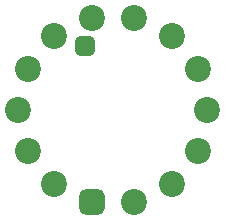
<source format=gbs>
G04 Layer_Color=16711935*
%FSLAX25Y25*%
%MOIN*%
G70*
G01*
G75*
G04:AMPARAMS|DCode=16|XSize=66.93mil|YSize=66.93mil|CornerRadius=18.7mil|HoleSize=0mil|Usage=FLASHONLY|Rotation=0.000|XOffset=0mil|YOffset=0mil|HoleType=Round|Shape=RoundedRectangle|*
%AMROUNDEDRECTD16*
21,1,0.06693,0.02953,0,0,0.0*
21,1,0.02953,0.06693,0,0,0.0*
1,1,0.03740,0.01476,-0.01476*
1,1,0.03740,-0.01476,-0.01476*
1,1,0.03740,-0.01476,0.01476*
1,1,0.03740,0.01476,0.01476*
%
%ADD16ROUNDEDRECTD16*%
%ADD17C,0.08661*%
G04:AMPARAMS|DCode=18|XSize=86.61mil|YSize=86.61mil|CornerRadius=23.62mil|HoleSize=0mil|Usage=FLASHONLY|Rotation=0.000|XOffset=0mil|YOffset=0mil|HoleType=Round|Shape=RoundedRectangle|*
%AMROUNDEDRECTD18*
21,1,0.08661,0.03937,0,0,0.0*
21,1,0.03937,0.08661,0,0,0.0*
1,1,0.04724,0.01969,-0.01969*
1,1,0.04724,-0.01969,-0.01969*
1,1,0.04724,-0.01969,0.01969*
1,1,0.04724,0.01969,0.01969*
%
%ADD18ROUNDEDRECTD18*%
D16*
X-7776Y23425D02*
D03*
D17*
X8505Y-28637D02*
D03*
X21134Y-22555D02*
D03*
X29874Y-11596D02*
D03*
X32993Y2069D02*
D03*
X29874Y15735D02*
D03*
X21134Y26694D02*
D03*
X8505Y32776D02*
D03*
X-5512D02*
D03*
X-18141Y26694D02*
D03*
X-26880Y15735D02*
D03*
X-29999Y2069D02*
D03*
X-26880Y-11596D02*
D03*
X-18141Y-22555D02*
D03*
D18*
X-5512Y-28637D02*
D03*
M02*

</source>
